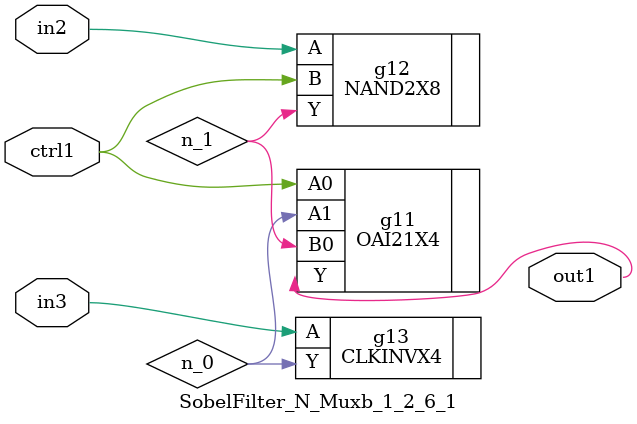
<source format=v>
`timescale 1ps / 1ps


module SobelFilter_N_Muxb_1_2_6_1(in3, in2, ctrl1, out1);
  input in3, in2, ctrl1;
  output out1;
  wire in3, in2, ctrl1;
  wire out1;
  wire n_0, n_1;
  OAI21X4 g11(.A0 (ctrl1), .A1 (n_0), .B0 (n_1), .Y (out1));
  NAND2X8 g12(.A (in2), .B (ctrl1), .Y (n_1));
  CLKINVX4 g13(.A (in3), .Y (n_0));
endmodule



</source>
